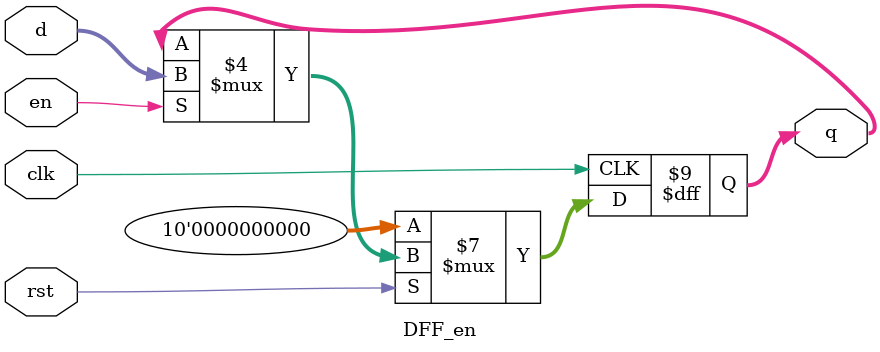
<source format=sv>
module DFF_en
#(parameter n=10)
(input logic clk, rst, en, 
 input logic[n-1:0] d,
 output logic[n-1:0] q);

always_ff @(posedge clk) begin
  if (!rst)
    q <= 0;
  else if (en)
    q <= d;
  else
    q <= q;
end

endmodule
</source>
